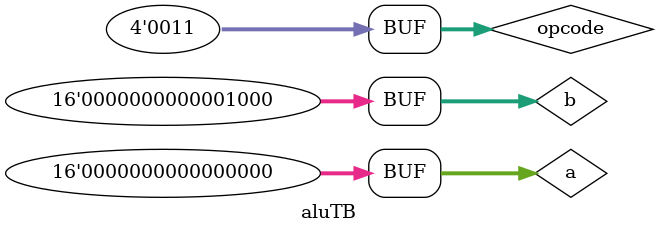
<source format=v>
`timescale 1ns / 1ps


module aluTB;

	// Inputs
	reg [15:0] a;
	reg [15:0] b;
	reg [3:0] opcode;

	// Outputs
	wire [31:0] result;
	wire [15:0] remainder;

	// Instantiate the Unit Under Test (UUT)
	alu uut (
		.a(a), 
		.b(b), 
		.result(result), 
		.opcode(opcode), 
		.remainder(remainder));

	initial begin
		// Initialize Inputs
		a = 0;
		b = 0;
		opcode = 9;

		// Wait 100 ns for global reset to finish
		#100;
		//testing rotate
       #10; a=24576;b=1;
		 #10; a=24576;b=2;
		 #10; a=24576;b=3;
		 #10; a=24576;b=4;
		 
		 
		 	  #100;
		 	//testing rotate
       #10; a=24576;b=1;opcode =11;
		 #10; a=24576;b=2;opcode =11;
		 #10; a=24576;b=3;opcode =11;
		 #10; a=24576;b=4;opcode =11;
		 
		 
		 
		 //mul
		 #10; a =2; b=2; opcode = 4;
		  #10; a =3; b=8; opcode = 4;
		  #10; a =0; b=2; opcode = 4;
		  #10; a =3; b=0; opcode = 4;
		  #10; a =1; b=50; opcode = 4;
		  #10; a =3; b=8; opcode = 4;
		  
		  #100;
		  //divide
		   #10; a =2; b=2; opcode = 5;
		  #10; a =3; b=8; opcode = 5;
		  #10; a =0; b=2; opcode = 5;
		  #10; a =10; b=2; opcode = 5;
		  #10; a =20; b=5; opcode = 5;
		  #10; a =0; b=8; opcode = 5;
		  
		  
		    #100;
		  //addition
		   #10; a =2; b=2; opcode = 0;
		  #10; a =3; b=8; opcode = 0;
		  #10; a =0; b=2; opcode = 0;
		  #10; a =10; b=2; opcode = 0;
		  #10; a =20; b=5; opcode = 0;
		  #10; a =0; b=8; opcode = 0;
		  
		  
		    #100;
		  //sub
		   #10; a =2; b=2; opcode = 1;
		  #10; a =3; b=8; opcode = 1;
		  #10; a =0; b=2; opcode = 1;
		  #10; a =10; b=2; opcode = 1;
		  #10; a =-6500; b=6500; opcode = 1;
		  #10; a =10000; b=16383; opcode = 1;
		#10; a =-20000; b=16383; opcode = 1;		  
		    #100;
		  //bitwaise and
		   #10; a =2; b=2; opcode = 2;
		  #10; a =3; b=8; opcode = 2;
		  #10; a =0; b=2; opcode = 2;
		  #10; a =10; b=2; opcode = 2;
		  #10; a =20; b=5; opcode = 2;
		  #10; a =0; b=8; opcode = 2;
		  
		  
		    #100;
		  //bitwise or
		   #10; a =2; b=2; opcode = 3;
		  #10; a =3; b=8; opcode = 3;
		  #10; a =0; b=2; opcode = 3;
		  #10; a =10; b=2; opcode = 3;
		  #10; a =20; b=5; opcode = 3;
		  #10; a =0; b=8; opcode = 3;
		  
	
		 
		  
		 
		 //testing mul
		 
		// Add stimulus here

	end
      
endmodule


</source>
